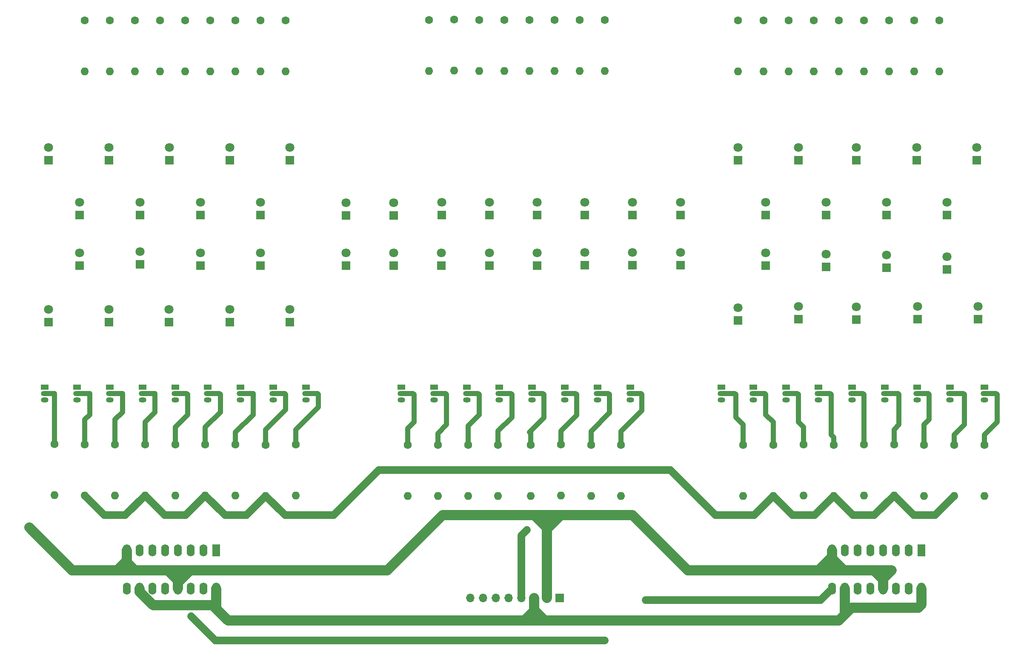
<source format=gbr>
%TF.GenerationSoftware,KiCad,Pcbnew,(6.0.2)*%
%TF.CreationDate,2023-10-08T18:11:24+02:00*%
%TF.ProjectId,kamizelka,6b616d69-7a65-46c6-9b61-2e6b69636164,rev?*%
%TF.SameCoordinates,Original*%
%TF.FileFunction,Copper,L1,Top*%
%TF.FilePolarity,Positive*%
%FSLAX46Y46*%
G04 Gerber Fmt 4.6, Leading zero omitted, Abs format (unit mm)*
G04 Created by KiCad (PCBNEW (6.0.2)) date 2023-10-08 18:11:24*
%MOMM*%
%LPD*%
G01*
G04 APERTURE LIST*
%TA.AperFunction,ComponentPad*%
%ADD10C,1.600000*%
%TD*%
%TA.AperFunction,ComponentPad*%
%ADD11O,1.600000X1.600000*%
%TD*%
%TA.AperFunction,ComponentPad*%
%ADD12R,1.800000X1.800000*%
%TD*%
%TA.AperFunction,ComponentPad*%
%ADD13C,1.800000*%
%TD*%
%TA.AperFunction,ComponentPad*%
%ADD14R,1.500000X1.050000*%
%TD*%
%TA.AperFunction,ComponentPad*%
%ADD15O,1.500000X1.050000*%
%TD*%
%TA.AperFunction,ComponentPad*%
%ADD16R,1.600000X2.400000*%
%TD*%
%TA.AperFunction,ComponentPad*%
%ADD17O,1.600000X2.400000*%
%TD*%
%TA.AperFunction,ComponentPad*%
%ADD18R,1.700000X1.700000*%
%TD*%
%TA.AperFunction,ComponentPad*%
%ADD19O,1.700000X1.700000*%
%TD*%
%TA.AperFunction,ViaPad*%
%ADD20C,2.000000*%
%TD*%
%TA.AperFunction,ViaPad*%
%ADD21C,1.300000*%
%TD*%
%TA.AperFunction,Conductor*%
%ADD22C,0.250000*%
%TD*%
%TA.AperFunction,Conductor*%
%ADD23C,2.000000*%
%TD*%
%TA.AperFunction,Conductor*%
%ADD24C,1.000000*%
%TD*%
%TA.AperFunction,Conductor*%
%ADD25C,1.500000*%
%TD*%
G04 APERTURE END LIST*
D10*
%TO.P,R46,1*%
%TO.N,+5V*%
X218500000Y-34420000D03*
D11*
%TO.P,R46,2*%
%TO.N,Net-(D45-Pad2)*%
X218500000Y-44580000D03*
%TD*%
D12*
%TO.P,D16,1,K*%
%TO.N,Net-(D16-Pad1)*%
X98500000Y-83275000D03*
D13*
%TO.P,D16,2,A*%
%TO.N,Net-(D15-Pad1)*%
X98500000Y-80735000D03*
%TD*%
D10*
%TO.P,R22,1*%
%TO.N,+5V*%
X136990000Y-34310000D03*
D11*
%TO.P,R22,2*%
%TO.N,Net-(D21-Pad2)*%
X136990000Y-44470000D03*
%TD*%
D12*
%TO.P,D26,1,K*%
%TO.N,Net-(D26-Pad1)*%
X143980000Y-83295000D03*
D13*
%TO.P,D26,2,A*%
%TO.N,Net-(D25-Pad1)*%
X143980000Y-80755000D03*
%TD*%
D12*
%TO.P,D28,1,K*%
%TO.N,Net-(D28-Pad1)*%
X153490000Y-83315000D03*
D13*
%TO.P,D28,2,A*%
%TO.N,Net-(D27-Pad1)*%
X153490000Y-80775000D03*
%TD*%
D12*
%TO.P,D50,1,K*%
%TO.N,Net-(D50-Pad1)*%
X235000000Y-84050000D03*
D13*
%TO.P,D50,2,A*%
%TO.N,Net-(D49-Pad1)*%
X235000000Y-81510000D03*
%TD*%
D10*
%TO.P,R34,1*%
%TO.N,+5V*%
X167000000Y-34340000D03*
D11*
%TO.P,R34,2*%
%TO.N,Net-(D33-Pad2)*%
X167000000Y-44500000D03*
%TD*%
D10*
%TO.P,R18,1*%
%TO.N,+5V*%
X103500000Y-34420000D03*
D11*
%TO.P,R18,2*%
%TO.N,Net-(D17-Pad2)*%
X103500000Y-44580000D03*
%TD*%
D14*
%TO.P,Q13,1,C*%
%TO.N,Net-(D26-Pad1)*%
X146000000Y-107500000D03*
D15*
%TO.P,Q13,2,B*%
%TO.N,Net-(Q13-Pad2)*%
X146000000Y-108770000D03*
%TO.P,Q13,3,E*%
%TO.N,GND*%
X146000000Y-110040000D03*
%TD*%
D10*
%TO.P,R44,1*%
%TO.N,+5V*%
X213500000Y-34420000D03*
D11*
%TO.P,R44,2*%
%TO.N,Net-(D43-Pad2)*%
X213500000Y-44580000D03*
%TD*%
D12*
%TO.P,D36,1,K*%
%TO.N,Net-(D36-Pad1)*%
X193500000Y-94275000D03*
D13*
%TO.P,D36,2,A*%
%TO.N,Net-(D35-Pad1)*%
X193500000Y-91735000D03*
%TD*%
D10*
%TO.P,R41,1*%
%TO.N,Net-(Q21-Pad2)*%
X212500000Y-119000000D03*
D11*
%TO.P,R41,2*%
%TO.N,Net-(J1-Pad8)*%
X212500000Y-129160000D03*
%TD*%
D14*
%TO.P,Q17,1,C*%
%TO.N,Net-(D34-Pad1)*%
X172000000Y-107500000D03*
D15*
%TO.P,Q17,2,B*%
%TO.N,Net-(Q17-Pad2)*%
X172000000Y-108770000D03*
%TO.P,Q17,3,E*%
%TO.N,GND*%
X172000000Y-110040000D03*
%TD*%
D10*
%TO.P,R50,1*%
%TO.N,+5V*%
X228500000Y-34420000D03*
D11*
%TO.P,R50,2*%
%TO.N,Net-(D49-Pad2)*%
X228500000Y-44580000D03*
%TD*%
D14*
%TO.P,Q6,1,C*%
%TO.N,Net-(D12-Pad1)*%
X88000000Y-107500000D03*
D15*
%TO.P,Q6,2,B*%
%TO.N,Net-(Q6-Pad2)*%
X88000000Y-108770000D03*
%TO.P,Q6,3,E*%
%TO.N,GND*%
X88000000Y-110040000D03*
%TD*%
D12*
%TO.P,D40,1,K*%
%TO.N,Net-(D40-Pad1)*%
X205500000Y-94000000D03*
D13*
%TO.P,D40,2,A*%
%TO.N,Net-(D39-Pad1)*%
X205500000Y-91460000D03*
%TD*%
D10*
%TO.P,R10,1*%
%TO.N,+5V*%
X83500000Y-34420000D03*
D11*
%TO.P,R10,2*%
%TO.N,Net-(D9-Pad2)*%
X83500000Y-44580000D03*
%TD*%
D12*
%TO.P,D45,1,K*%
%TO.N,Net-(D45-Pad1)*%
X223000000Y-73275000D03*
D13*
%TO.P,D45,2,A*%
%TO.N,Net-(D45-Pad2)*%
X223000000Y-70735000D03*
%TD*%
D10*
%TO.P,R16,1*%
%TO.N,+5V*%
X98440000Y-34420000D03*
D11*
%TO.P,R16,2*%
%TO.N,Net-(D15-Pad2)*%
X98440000Y-44580000D03*
%TD*%
D10*
%TO.P,R47,1*%
%TO.N,Net-(Q24-Pad2)*%
X230500000Y-119000000D03*
D11*
%TO.P,R47,2*%
%TO.N,Net-(R47-Pad2)*%
X230500000Y-129160000D03*
%TD*%
D12*
%TO.P,D47,1,K*%
%TO.N,Net-(D47-Pad1)*%
X229000000Y-62275000D03*
D13*
%TO.P,D47,2,A*%
%TO.N,Net-(D47-Pad2)*%
X229000000Y-59735000D03*
%TD*%
D10*
%TO.P,R27,1*%
%TO.N,Net-(Q14-Pad2)*%
X152210000Y-119000000D03*
D11*
%TO.P,R27,2*%
%TO.N,Net-(J1-Pad7)*%
X152210000Y-129160000D03*
%TD*%
D10*
%TO.P,R7,1*%
%TO.N,Net-(Q4-Pad2)*%
X75500000Y-118920000D03*
D11*
%TO.P,R7,2*%
%TO.N,Net-(J1-Pad8)*%
X75500000Y-129080000D03*
%TD*%
D16*
%TO.P,U2,1,QB*%
%TO.N,Net-(R47-Pad2)*%
X229960000Y-140040000D03*
D17*
%TO.P,U2,2,QC*%
%TO.N,Net-(R43-Pad2)*%
X227420000Y-140040000D03*
%TO.P,U2,3,QD*%
%TO.N,Net-(R39-Pad2)*%
X224880000Y-140040000D03*
%TO.P,U2,4,QE*%
%TO.N,Net-(R35-Pad2)*%
X222340000Y-140040000D03*
%TO.P,U2,5,QF*%
%TO.N,unconnected-(U2-Pad5)*%
X219800000Y-140040000D03*
%TO.P,U2,6,QG*%
%TO.N,unconnected-(U2-Pad6)*%
X217260000Y-140040000D03*
%TO.P,U2,7,QH*%
%TO.N,unconnected-(U2-Pad7)*%
X214720000Y-140040000D03*
%TO.P,U2,8,GND*%
%TO.N,GND*%
X212180000Y-140040000D03*
%TO.P,U2,9,QH'*%
%TO.N,Net-(U1-Pad14)*%
X212180000Y-147660000D03*
%TO.P,U2,10,~{SRCLR}*%
%TO.N,+3V3*%
X214720000Y-147660000D03*
%TO.P,U2,11,SRCLK*%
%TO.N,Net-(J1-Pad5)*%
X217260000Y-147660000D03*
%TO.P,U2,12,RCLK*%
%TO.N,Net-(J1-Pad6)*%
X219800000Y-147660000D03*
%TO.P,U2,13,~{OE}*%
%TO.N,GND*%
X222340000Y-147660000D03*
%TO.P,U2,14,SER*%
%TO.N,Net-(J1-Pad4)*%
X224880000Y-147660000D03*
%TO.P,U2,15,QA*%
%TO.N,Net-(R51-Pad2)*%
X227420000Y-147660000D03*
%TO.P,U2,16,VCC*%
%TO.N,+3V3*%
X229960000Y-147660000D03*
%TD*%
D10*
%TO.P,R52,1*%
%TO.N,+5V*%
X233500000Y-34420000D03*
D11*
%TO.P,R52,2*%
%TO.N,Net-(D51-Pad2)*%
X233500000Y-44580000D03*
%TD*%
D12*
%TO.P,D46,1,K*%
%TO.N,Net-(D46-Pad1)*%
X223000000Y-83775000D03*
D13*
%TO.P,D46,2,A*%
%TO.N,Net-(D45-Pad1)*%
X223000000Y-81235000D03*
%TD*%
D10*
%TO.P,R45,1*%
%TO.N,Net-(Q23-Pad2)*%
X224500000Y-118920000D03*
D11*
%TO.P,R45,2*%
%TO.N,Net-(J1-Pad8)*%
X224500000Y-129080000D03*
%TD*%
D12*
%TO.P,D30,1,K*%
%TO.N,Net-(D30-Pad1)*%
X163000000Y-83255000D03*
D13*
%TO.P,D30,2,A*%
%TO.N,Net-(D29-Pad1)*%
X163000000Y-80715000D03*
%TD*%
D10*
%TO.P,R20,1*%
%TO.N,+5V*%
X132000000Y-34340000D03*
D11*
%TO.P,R20,2*%
%TO.N,Net-(D19-Pad2)*%
X132000000Y-44500000D03*
%TD*%
D12*
%TO.P,D51,1,K*%
%TO.N,Net-(D51-Pad1)*%
X241000000Y-62275000D03*
D13*
%TO.P,D51,2,A*%
%TO.N,Net-(D51-Pad2)*%
X241000000Y-59735000D03*
%TD*%
D12*
%TO.P,D52,1,K*%
%TO.N,Net-(D52-Pad1)*%
X241225000Y-94000000D03*
D13*
%TO.P,D52,2,A*%
%TO.N,Net-(D51-Pad1)*%
X241225000Y-91460000D03*
%TD*%
D12*
%TO.P,D5,1,K*%
%TO.N,Net-(D5-Pad1)*%
X68290000Y-62275000D03*
D13*
%TO.P,D5,2,A*%
%TO.N,Net-(D5-Pad2)*%
X68290000Y-59735000D03*
%TD*%
D10*
%TO.P,R51,1*%
%TO.N,Net-(Q26-Pad2)*%
X242500000Y-119000000D03*
D11*
%TO.P,R51,2*%
%TO.N,Net-(R51-Pad2)*%
X242500000Y-129160000D03*
%TD*%
D14*
%TO.P,Q9,1,C*%
%TO.N,Net-(D18-Pad1)*%
X107500000Y-107500000D03*
D15*
%TO.P,Q9,2,B*%
%TO.N,Net-(Q9-Pad2)*%
X107500000Y-108770000D03*
%TO.P,Q9,3,E*%
%TO.N,GND*%
X107500000Y-110040000D03*
%TD*%
D14*
%TO.P,Q12,1,C*%
%TO.N,Net-(D24-Pad1)*%
X139500000Y-107500000D03*
D15*
%TO.P,Q12,2,B*%
%TO.N,Net-(Q12-Pad2)*%
X139500000Y-108770000D03*
%TO.P,Q12,3,E*%
%TO.N,GND*%
X139500000Y-110040000D03*
%TD*%
D10*
%TO.P,R26,1*%
%TO.N,+5V*%
X147000000Y-34340000D03*
D11*
%TO.P,R26,2*%
%TO.N,Net-(D25-Pad2)*%
X147000000Y-44500000D03*
%TD*%
D10*
%TO.P,R32,1*%
%TO.N,+5V*%
X162000000Y-34340000D03*
D11*
%TO.P,R32,2*%
%TO.N,Net-(D31-Pad2)*%
X162000000Y-44500000D03*
%TD*%
D10*
%TO.P,R8,1*%
%TO.N,+5V*%
X78500000Y-34420000D03*
D11*
%TO.P,R8,2*%
%TO.N,Net-(D7-Pad2)*%
X78500000Y-44580000D03*
%TD*%
D12*
%TO.P,D41,1,K*%
%TO.N,Net-(D41-Pad1)*%
X211000000Y-73275000D03*
D13*
%TO.P,D41,2,A*%
%TO.N,Net-(D41-Pad2)*%
X211000000Y-70735000D03*
%TD*%
D12*
%TO.P,D21,1,K*%
%TO.N,Net-(D21-Pad1)*%
X125000000Y-73280000D03*
D13*
%TO.P,D21,2,A*%
%TO.N,Net-(D21-Pad2)*%
X125000000Y-70740000D03*
%TD*%
D10*
%TO.P,R29,1*%
%TO.N,Net-(Q15-Pad2)*%
X158240000Y-118950000D03*
D11*
%TO.P,R29,2*%
%TO.N,Net-(J1-Pad7)*%
X158240000Y-129110000D03*
%TD*%
D12*
%TO.P,D9,1,K*%
%TO.N,Net-(D9-Pad1)*%
X80330000Y-62275000D03*
D13*
%TO.P,D9,2,A*%
%TO.N,Net-(D9-Pad2)*%
X80330000Y-59735000D03*
%TD*%
D12*
%TO.P,D38,1,K*%
%TO.N,Net-(D38-Pad1)*%
X199000000Y-83275000D03*
D13*
%TO.P,D38,2,A*%
%TO.N,Net-(D37-Pad1)*%
X199000000Y-80735000D03*
%TD*%
D12*
%TO.P,D15,1,K*%
%TO.N,Net-(D15-Pad1)*%
X98500000Y-73275000D03*
D13*
%TO.P,D15,2,A*%
%TO.N,Net-(D15-Pad2)*%
X98500000Y-70735000D03*
%TD*%
D10*
%TO.P,R4,1*%
%TO.N,+5V*%
X68500000Y-34420000D03*
D11*
%TO.P,R4,2*%
%TO.N,Net-(D3-Pad2)*%
X68500000Y-44580000D03*
%TD*%
D10*
%TO.P,R21,1*%
%TO.N,Net-(Q11-Pad2)*%
X133760000Y-119080000D03*
D11*
%TO.P,R21,2*%
%TO.N,Net-(J1-Pad7)*%
X133760000Y-129240000D03*
%TD*%
D10*
%TO.P,R38,1*%
%TO.N,+5V*%
X198500000Y-34420000D03*
D11*
%TO.P,R38,2*%
%TO.N,Net-(D37-Pad2)*%
X198500000Y-44580000D03*
%TD*%
D12*
%TO.P,D23,1,K*%
%TO.N,Net-(D23-Pad1)*%
X134500000Y-73275000D03*
D13*
%TO.P,D23,2,A*%
%TO.N,Net-(D23-Pad2)*%
X134500000Y-70735000D03*
%TD*%
D12*
%TO.P,D35,1,K*%
%TO.N,Net-(D35-Pad1)*%
X193500000Y-62275000D03*
D13*
%TO.P,D35,2,A*%
%TO.N,Net-(D35-Pad2)*%
X193500000Y-59735000D03*
%TD*%
D14*
%TO.P,Q10,1,C*%
%TO.N,Net-(D20-Pad1)*%
X126500000Y-107500000D03*
D15*
%TO.P,Q10,2,B*%
%TO.N,Net-(Q10-Pad2)*%
X126500000Y-108770000D03*
%TO.P,Q10,3,E*%
%TO.N,GND*%
X126500000Y-110040000D03*
%TD*%
D12*
%TO.P,D10,1,K*%
%TO.N,Net-(D10-Pad1)*%
X80300000Y-94545000D03*
D13*
%TO.P,D10,2,A*%
%TO.N,Net-(D9-Pad1)*%
X80300000Y-92005000D03*
%TD*%
D12*
%TO.P,D48,1,K*%
%TO.N,Net-(D48-Pad1)*%
X229225000Y-94000000D03*
D13*
%TO.P,D48,2,A*%
%TO.N,Net-(D47-Pad1)*%
X229225000Y-91460000D03*
%TD*%
D18*
%TO.P,J1,1,Pin_1*%
%TO.N,+5V*%
X158000000Y-149500000D03*
D19*
%TO.P,J1,2,Pin_2*%
%TO.N,GND*%
X155460000Y-149500000D03*
%TO.P,J1,3,Pin_3*%
%TO.N,+3V3*%
X152920000Y-149500000D03*
%TO.P,J1,4,Pin_4*%
%TO.N,Net-(J1-Pad4)*%
X150380000Y-149500000D03*
%TO.P,J1,5,Pin_5*%
%TO.N,Net-(J1-Pad5)*%
X147840000Y-149500000D03*
%TO.P,J1,6,Pin_6*%
%TO.N,Net-(J1-Pad6)*%
X145300000Y-149500000D03*
%TO.P,J1,7,Pin_7*%
%TO.N,Net-(J1-Pad7)*%
X142760000Y-149500000D03*
%TO.P,J1,8,Pin_8*%
%TO.N,Net-(J1-Pad8)*%
X140220000Y-149500000D03*
%TD*%
D14*
%TO.P,Q20,1,C*%
%TO.N,Net-(D40-Pad1)*%
X203000000Y-107500000D03*
D15*
%TO.P,Q20,2,B*%
%TO.N,Net-(Q20-Pad2)*%
X203000000Y-108770000D03*
%TO.P,Q20,3,E*%
%TO.N,GND*%
X203000000Y-110040000D03*
%TD*%
D12*
%TO.P,D13,1,K*%
%TO.N,Net-(D13-Pad1)*%
X92330000Y-62275000D03*
D13*
%TO.P,D13,2,A*%
%TO.N,Net-(D13-Pad2)*%
X92330000Y-59735000D03*
%TD*%
D10*
%TO.P,R11,1*%
%TO.N,Net-(Q6-Pad2)*%
X87500000Y-118920000D03*
D11*
%TO.P,R11,2*%
%TO.N,Net-(J1-Pad8)*%
X87500000Y-129080000D03*
%TD*%
D14*
%TO.P,Q7,1,C*%
%TO.N,Net-(D14-Pad1)*%
X94500000Y-107500000D03*
D15*
%TO.P,Q7,2,B*%
%TO.N,Net-(Q7-Pad2)*%
X94500000Y-108770000D03*
%TO.P,Q7,3,E*%
%TO.N,GND*%
X94500000Y-110040000D03*
%TD*%
D10*
%TO.P,R28,1*%
%TO.N,+5V*%
X152000000Y-34340000D03*
D11*
%TO.P,R28,2*%
%TO.N,Net-(D27-Pad2)*%
X152000000Y-44500000D03*
%TD*%
D12*
%TO.P,D39,1,K*%
%TO.N,Net-(D39-Pad1)*%
X205500000Y-62275000D03*
D13*
%TO.P,D39,2,A*%
%TO.N,Net-(D39-Pad2)*%
X205500000Y-59735000D03*
%TD*%
D10*
%TO.P,R1,1*%
%TO.N,Net-(Q1-Pad2)*%
X57500000Y-118840000D03*
D11*
%TO.P,R1,2*%
%TO.N,Net-(R1-Pad2)*%
X57500000Y-129000000D03*
%TD*%
D14*
%TO.P,Q14,1,C*%
%TO.N,Net-(D28-Pad1)*%
X152500000Y-107500000D03*
D15*
%TO.P,Q14,2,B*%
%TO.N,Net-(Q14-Pad2)*%
X152500000Y-108770000D03*
%TO.P,Q14,3,E*%
%TO.N,GND*%
X152500000Y-110040000D03*
%TD*%
D10*
%TO.P,R36,1*%
%TO.N,+5V*%
X193500000Y-34420000D03*
D11*
%TO.P,R36,2*%
%TO.N,Net-(D35-Pad2)*%
X193500000Y-44580000D03*
%TD*%
D10*
%TO.P,R17,1*%
%TO.N,Net-(Q9-Pad2)*%
X105500000Y-118920000D03*
D11*
%TO.P,R17,2*%
%TO.N,Net-(R17-Pad2)*%
X105500000Y-129080000D03*
%TD*%
D14*
%TO.P,Q25,1,C*%
%TO.N,Net-(D50-Pad1)*%
X235640000Y-107500000D03*
D15*
%TO.P,Q25,2,B*%
%TO.N,Net-(Q25-Pad2)*%
X235640000Y-108770000D03*
%TO.P,Q25,3,E*%
%TO.N,GND*%
X235640000Y-110040000D03*
%TD*%
D10*
%TO.P,R5,1*%
%TO.N,Net-(Q3-Pad2)*%
X69500000Y-118920000D03*
D11*
%TO.P,R5,2*%
%TO.N,Net-(R5-Pad2)*%
X69500000Y-129080000D03*
%TD*%
D10*
%TO.P,R37,1*%
%TO.N,Net-(Q19-Pad2)*%
X200500000Y-119000000D03*
D11*
%TO.P,R37,2*%
%TO.N,Net-(J1-Pad8)*%
X200500000Y-129160000D03*
%TD*%
D10*
%TO.P,R24,1*%
%TO.N,+5V*%
X142000000Y-34340000D03*
D11*
%TO.P,R24,2*%
%TO.N,Net-(D23-Pad2)*%
X142000000Y-44500000D03*
%TD*%
D12*
%TO.P,D33,1,K*%
%TO.N,Net-(D33-Pad1)*%
X182000000Y-73255000D03*
D13*
%TO.P,D33,2,A*%
%TO.N,Net-(D33-Pad2)*%
X182000000Y-70715000D03*
%TD*%
D14*
%TO.P,Q21,1,C*%
%TO.N,Net-(D42-Pad1)*%
X209500000Y-107500000D03*
D15*
%TO.P,Q21,2,B*%
%TO.N,Net-(Q21-Pad2)*%
X209500000Y-108770000D03*
%TO.P,Q21,3,E*%
%TO.N,GND*%
X209500000Y-110040000D03*
%TD*%
D10*
%TO.P,R19,1*%
%TO.N,Net-(Q10-Pad2)*%
X127750000Y-119070000D03*
D11*
%TO.P,R19,2*%
%TO.N,Net-(J1-Pad7)*%
X127750000Y-129230000D03*
%TD*%
D10*
%TO.P,R6,1*%
%TO.N,+5V*%
X73500000Y-34420000D03*
D11*
%TO.P,R6,2*%
%TO.N,Net-(D5-Pad2)*%
X73500000Y-44580000D03*
%TD*%
D12*
%TO.P,D31,1,K*%
%TO.N,Net-(D31-Pad1)*%
X172500000Y-73255000D03*
D13*
%TO.P,D31,2,A*%
%TO.N,Net-(D31-Pad2)*%
X172500000Y-70715000D03*
%TD*%
D14*
%TO.P,Q16,1,C*%
%TO.N,Net-(D32-Pad1)*%
X165500000Y-107500000D03*
D15*
%TO.P,Q16,2,B*%
%TO.N,Net-(Q16-Pad2)*%
X165500000Y-108770000D03*
%TO.P,Q16,3,E*%
%TO.N,GND*%
X165500000Y-110040000D03*
%TD*%
D10*
%TO.P,R15,1*%
%TO.N,Net-(Q8-Pad2)*%
X99500000Y-119000000D03*
D11*
%TO.P,R15,2*%
%TO.N,Net-(J1-Pad8)*%
X99500000Y-129160000D03*
%TD*%
D10*
%TO.P,R23,1*%
%TO.N,Net-(Q12-Pad2)*%
X139750000Y-119070000D03*
D11*
%TO.P,R23,2*%
%TO.N,Net-(J1-Pad7)*%
X139750000Y-129230000D03*
%TD*%
D14*
%TO.P,Q24,1,C*%
%TO.N,Net-(D48-Pad1)*%
X229140000Y-107500000D03*
D15*
%TO.P,Q24,2,B*%
%TO.N,Net-(Q24-Pad2)*%
X229140000Y-108770000D03*
%TO.P,Q24,3,E*%
%TO.N,GND*%
X229140000Y-110040000D03*
%TD*%
D12*
%TO.P,D2,1,K*%
%TO.N,Net-(D2-Pad1)*%
X56300000Y-94545000D03*
D13*
%TO.P,D2,2,A*%
%TO.N,Net-(D1-Pad1)*%
X56300000Y-92005000D03*
%TD*%
D14*
%TO.P,Q4,1,C*%
%TO.N,Net-(D8-Pad1)*%
X75000000Y-107500000D03*
D15*
%TO.P,Q4,2,B*%
%TO.N,Net-(Q4-Pad2)*%
X75000000Y-108770000D03*
%TO.P,Q4,3,E*%
%TO.N,GND*%
X75000000Y-110040000D03*
%TD*%
D14*
%TO.P,Q19,1,C*%
%TO.N,Net-(D38-Pad1)*%
X196500000Y-107500000D03*
D15*
%TO.P,Q19,2,B*%
%TO.N,Net-(Q19-Pad2)*%
X196500000Y-108770000D03*
%TO.P,Q19,3,E*%
%TO.N,GND*%
X196500000Y-110040000D03*
%TD*%
D12*
%TO.P,D43,1,K*%
%TO.N,Net-(D43-Pad1)*%
X217000000Y-62275000D03*
D13*
%TO.P,D43,2,A*%
%TO.N,Net-(D43-Pad2)*%
X217000000Y-59735000D03*
%TD*%
D16*
%TO.P,U1,1,QB*%
%TO.N,Net-(R13-Pad2)*%
X89700000Y-140030000D03*
D17*
%TO.P,U1,2,QC*%
%TO.N,Net-(R9-Pad2)*%
X87160000Y-140030000D03*
%TO.P,U1,3,QD*%
%TO.N,Net-(R5-Pad2)*%
X84620000Y-140030000D03*
%TO.P,U1,4,QE*%
%TO.N,Net-(R1-Pad2)*%
X82080000Y-140030000D03*
%TO.P,U1,5,QF*%
%TO.N,unconnected-(U1-Pad5)*%
X79540000Y-140030000D03*
%TO.P,U1,6,QG*%
%TO.N,unconnected-(U1-Pad6)*%
X77000000Y-140030000D03*
%TO.P,U1,7,QH*%
%TO.N,unconnected-(U1-Pad7)*%
X74460000Y-140030000D03*
%TO.P,U1,8,GND*%
%TO.N,GND*%
X71920000Y-140030000D03*
%TO.P,U1,9,QH'*%
%TO.N,unconnected-(U1-Pad9)*%
X71920000Y-147650000D03*
%TO.P,U1,10,~{SRCLR}*%
%TO.N,+3V3*%
X74460000Y-147650000D03*
%TO.P,U1,11,SRCLK*%
%TO.N,Net-(J1-Pad5)*%
X77000000Y-147650000D03*
%TO.P,U1,12,RCLK*%
%TO.N,Net-(J1-Pad6)*%
X79540000Y-147650000D03*
%TO.P,U1,13,~{OE}*%
%TO.N,GND*%
X82080000Y-147650000D03*
%TO.P,U1,14,SER*%
%TO.N,Net-(U1-Pad14)*%
X84620000Y-147650000D03*
%TO.P,U1,15,QA*%
%TO.N,Net-(R17-Pad2)*%
X87160000Y-147650000D03*
%TO.P,U1,16,VCC*%
%TO.N,+3V3*%
X89700000Y-147650000D03*
%TD*%
D14*
%TO.P,Q11,1,C*%
%TO.N,Net-(D22-Pad1)*%
X133000000Y-107500000D03*
D15*
%TO.P,Q11,2,B*%
%TO.N,Net-(Q11-Pad2)*%
X133000000Y-108770000D03*
%TO.P,Q11,3,E*%
%TO.N,GND*%
X133000000Y-110040000D03*
%TD*%
D12*
%TO.P,D25,1,K*%
%TO.N,Net-(D25-Pad1)*%
X144000000Y-73275000D03*
D13*
%TO.P,D25,2,A*%
%TO.N,Net-(D25-Pad2)*%
X144000000Y-70735000D03*
%TD*%
D12*
%TO.P,D7,1,K*%
%TO.N,Net-(D7-Pad1)*%
X74500000Y-73275000D03*
D13*
%TO.P,D7,2,A*%
%TO.N,Net-(D7-Pad2)*%
X74500000Y-70735000D03*
%TD*%
D12*
%TO.P,D20,1,K*%
%TO.N,Net-(D20-Pad1)*%
X115500000Y-83325000D03*
D13*
%TO.P,D20,2,A*%
%TO.N,Net-(D19-Pad1)*%
X115500000Y-80785000D03*
%TD*%
D12*
%TO.P,D11,1,K*%
%TO.N,Net-(D12-Pad2)*%
X86500000Y-73275000D03*
D13*
%TO.P,D11,2,A*%
%TO.N,Net-(D11-Pad2)*%
X86500000Y-70735000D03*
%TD*%
D14*
%TO.P,Q26,1,C*%
%TO.N,Net-(D52-Pad1)*%
X242500000Y-107500000D03*
D15*
%TO.P,Q26,2,B*%
%TO.N,Net-(Q26-Pad2)*%
X242500000Y-108770000D03*
%TO.P,Q26,3,E*%
%TO.N,GND*%
X242500000Y-110040000D03*
%TD*%
D12*
%TO.P,D27,1,K*%
%TO.N,Net-(D27-Pad1)*%
X153500000Y-73275000D03*
D13*
%TO.P,D27,2,A*%
%TO.N,Net-(D27-Pad2)*%
X153500000Y-70735000D03*
%TD*%
D14*
%TO.P,Q3,1,C*%
%TO.N,Net-(D6-Pad1)*%
X68500000Y-107500000D03*
D15*
%TO.P,Q3,2,B*%
%TO.N,Net-(Q3-Pad2)*%
X68500000Y-108770000D03*
%TO.P,Q3,3,E*%
%TO.N,GND*%
X68500000Y-110040000D03*
%TD*%
D10*
%TO.P,R40,1*%
%TO.N,+5V*%
X203500000Y-34420000D03*
D11*
%TO.P,R40,2*%
%TO.N,Net-(D39-Pad2)*%
X203500000Y-44580000D03*
%TD*%
D12*
%TO.P,D42,1,K*%
%TO.N,Net-(D42-Pad1)*%
X211000000Y-83550000D03*
D13*
%TO.P,D42,2,A*%
%TO.N,Net-(D41-Pad1)*%
X211000000Y-81010000D03*
%TD*%
D12*
%TO.P,D29,1,K*%
%TO.N,Net-(D29-Pad1)*%
X163000000Y-73255000D03*
D13*
%TO.P,D29,2,A*%
%TO.N,Net-(D29-Pad2)*%
X163000000Y-70715000D03*
%TD*%
D12*
%TO.P,D12,1,K*%
%TO.N,Net-(D12-Pad1)*%
X86500000Y-83275000D03*
D13*
%TO.P,D12,2,A*%
%TO.N,Net-(D12-Pad2)*%
X86500000Y-80735000D03*
%TD*%
D12*
%TO.P,D18,1,K*%
%TO.N,Net-(D18-Pad1)*%
X104340000Y-94545000D03*
D13*
%TO.P,D18,2,A*%
%TO.N,Net-(D17-Pad1)*%
X104340000Y-92005000D03*
%TD*%
D10*
%TO.P,R2,1*%
%TO.N,+5V*%
X63500000Y-34420000D03*
D11*
%TO.P,R2,2*%
%TO.N,Net-(D1-Pad2)*%
X63500000Y-44580000D03*
%TD*%
D10*
%TO.P,R42,1*%
%TO.N,+5V*%
X208500000Y-34420000D03*
D11*
%TO.P,R42,2*%
%TO.N,Net-(D41-Pad2)*%
X208500000Y-44580000D03*
%TD*%
D10*
%TO.P,R43,1*%
%TO.N,Net-(Q22-Pad2)*%
X218500000Y-118920000D03*
D11*
%TO.P,R43,2*%
%TO.N,Net-(R43-Pad2)*%
X218500000Y-129080000D03*
%TD*%
D14*
%TO.P,Q22,1,C*%
%TO.N,Net-(D44-Pad1)*%
X216140000Y-107500000D03*
D15*
%TO.P,Q22,2,B*%
%TO.N,Net-(Q22-Pad2)*%
X216140000Y-108770000D03*
%TO.P,Q22,3,E*%
%TO.N,GND*%
X216140000Y-110040000D03*
%TD*%
D10*
%TO.P,R33,1*%
%TO.N,Net-(Q17-Pad2)*%
X170210000Y-119000000D03*
D11*
%TO.P,R33,2*%
%TO.N,Net-(J1-Pad7)*%
X170210000Y-129160000D03*
%TD*%
D12*
%TO.P,D6,1,K*%
%TO.N,Net-(D6-Pad1)*%
X68300000Y-94570000D03*
D13*
%TO.P,D6,2,A*%
%TO.N,Net-(D5-Pad1)*%
X68300000Y-92030000D03*
%TD*%
D10*
%TO.P,R31,1*%
%TO.N,Net-(Q16-Pad2)*%
X164210000Y-119000000D03*
D11*
%TO.P,R31,2*%
%TO.N,Net-(J1-Pad7)*%
X164210000Y-129160000D03*
%TD*%
D12*
%TO.P,D17,1,K*%
%TO.N,Net-(D17-Pad1)*%
X104330000Y-62275000D03*
D13*
%TO.P,D17,2,A*%
%TO.N,Net-(D17-Pad2)*%
X104330000Y-59735000D03*
%TD*%
D10*
%TO.P,R3,1*%
%TO.N,Net-(Q2-Pad2)*%
X63500000Y-118920000D03*
D11*
%TO.P,R3,2*%
%TO.N,Net-(J1-Pad8)*%
X63500000Y-129080000D03*
%TD*%
D10*
%TO.P,R49,1*%
%TO.N,Net-(Q25-Pad2)*%
X236500000Y-119000000D03*
D11*
%TO.P,R49,2*%
%TO.N,Net-(J1-Pad8)*%
X236500000Y-129160000D03*
%TD*%
D12*
%TO.P,D14,1,K*%
%TO.N,Net-(D14-Pad1)*%
X92340000Y-94545000D03*
D13*
%TO.P,D14,2,A*%
%TO.N,Net-(D13-Pad1)*%
X92340000Y-92005000D03*
%TD*%
D10*
%TO.P,R9,1*%
%TO.N,Net-(Q5-Pad2)*%
X81500000Y-118920000D03*
D11*
%TO.P,R9,2*%
%TO.N,Net-(R9-Pad2)*%
X81500000Y-129080000D03*
%TD*%
D14*
%TO.P,Q1,1,C*%
%TO.N,Net-(D2-Pad1)*%
X55500000Y-107500000D03*
D15*
%TO.P,Q1,2,B*%
%TO.N,Net-(Q1-Pad2)*%
X55500000Y-108770000D03*
%TO.P,Q1,3,E*%
%TO.N,GND*%
X55500000Y-110040000D03*
%TD*%
D14*
%TO.P,Q5,1,C*%
%TO.N,Net-(D10-Pad1)*%
X81500000Y-107500000D03*
D15*
%TO.P,Q5,2,B*%
%TO.N,Net-(Q5-Pad2)*%
X81500000Y-108770000D03*
%TO.P,Q5,3,E*%
%TO.N,GND*%
X81500000Y-110040000D03*
%TD*%
D12*
%TO.P,D19,1,K*%
%TO.N,Net-(D19-Pad1)*%
X115500000Y-73325000D03*
D13*
%TO.P,D19,2,A*%
%TO.N,Net-(D19-Pad2)*%
X115500000Y-70785000D03*
%TD*%
D12*
%TO.P,D22,1,K*%
%TO.N,Net-(D22-Pad1)*%
X125000000Y-83325000D03*
D13*
%TO.P,D22,2,A*%
%TO.N,Net-(D21-Pad1)*%
X125000000Y-80785000D03*
%TD*%
D14*
%TO.P,Q8,1,C*%
%TO.N,Net-(D16-Pad1)*%
X101000000Y-107500000D03*
D15*
%TO.P,Q8,2,B*%
%TO.N,Net-(Q8-Pad2)*%
X101000000Y-108770000D03*
%TO.P,Q8,3,E*%
%TO.N,GND*%
X101000000Y-110040000D03*
%TD*%
D12*
%TO.P,D32,1,K*%
%TO.N,Net-(D32-Pad1)*%
X172500000Y-83255000D03*
D13*
%TO.P,D32,2,A*%
%TO.N,Net-(D31-Pad1)*%
X172500000Y-80715000D03*
%TD*%
D12*
%TO.P,D1,1,K*%
%TO.N,Net-(D1-Pad1)*%
X56290000Y-62275000D03*
D13*
%TO.P,D1,2,A*%
%TO.N,Net-(D1-Pad2)*%
X56290000Y-59735000D03*
%TD*%
D10*
%TO.P,R12,1*%
%TO.N,+5V*%
X88500000Y-34420000D03*
D11*
%TO.P,R12,2*%
%TO.N,Net-(D11-Pad2)*%
X88500000Y-44580000D03*
%TD*%
D12*
%TO.P,D34,1,K*%
%TO.N,Net-(D34-Pad1)*%
X182000000Y-83255000D03*
D13*
%TO.P,D34,2,A*%
%TO.N,Net-(D33-Pad1)*%
X182000000Y-80715000D03*
%TD*%
D12*
%TO.P,D37,1,K*%
%TO.N,Net-(D37-Pad1)*%
X199000000Y-73275000D03*
D13*
%TO.P,D37,2,A*%
%TO.N,Net-(D37-Pad2)*%
X199000000Y-70735000D03*
%TD*%
D12*
%TO.P,D44,1,K*%
%TO.N,Net-(D44-Pad1)*%
X217000000Y-94040000D03*
D13*
%TO.P,D44,2,A*%
%TO.N,Net-(D43-Pad1)*%
X217000000Y-91500000D03*
%TD*%
D14*
%TO.P,Q18,1,C*%
%TO.N,Net-(D36-Pad1)*%
X190140000Y-107500000D03*
D15*
%TO.P,Q18,2,B*%
%TO.N,Net-(Q18-Pad2)*%
X190140000Y-108770000D03*
%TO.P,Q18,3,E*%
%TO.N,GND*%
X190140000Y-110040000D03*
%TD*%
D12*
%TO.P,D49,1,K*%
%TO.N,Net-(D49-Pad1)*%
X235000000Y-73275000D03*
D13*
%TO.P,D49,2,A*%
%TO.N,Net-(D49-Pad2)*%
X235000000Y-70735000D03*
%TD*%
D10*
%TO.P,R48,1*%
%TO.N,+5V*%
X223500000Y-34420000D03*
D11*
%TO.P,R48,2*%
%TO.N,Net-(D47-Pad2)*%
X223500000Y-44580000D03*
%TD*%
D10*
%TO.P,R13,1*%
%TO.N,Net-(Q7-Pad2)*%
X93500000Y-118920000D03*
D11*
%TO.P,R13,2*%
%TO.N,Net-(R13-Pad2)*%
X93500000Y-129080000D03*
%TD*%
D12*
%TO.P,D8,1,K*%
%TO.N,Net-(D8-Pad1)*%
X74500000Y-83060000D03*
D13*
%TO.P,D8,2,A*%
%TO.N,Net-(D7-Pad1)*%
X74500000Y-80520000D03*
%TD*%
D14*
%TO.P,Q15,1,C*%
%TO.N,Net-(D30-Pad1)*%
X159000000Y-107500000D03*
D15*
%TO.P,Q15,2,B*%
%TO.N,Net-(Q15-Pad2)*%
X159000000Y-108770000D03*
%TO.P,Q15,3,E*%
%TO.N,GND*%
X159000000Y-110040000D03*
%TD*%
D10*
%TO.P,R25,1*%
%TO.N,Net-(Q13-Pad2)*%
X145750000Y-119070000D03*
D11*
%TO.P,R25,2*%
%TO.N,Net-(J1-Pad7)*%
X145750000Y-129230000D03*
%TD*%
D10*
%TO.P,R14,1*%
%TO.N,+5V*%
X93440000Y-34420000D03*
D11*
%TO.P,R14,2*%
%TO.N,Net-(D13-Pad2)*%
X93440000Y-44580000D03*
%TD*%
D14*
%TO.P,Q2,1,C*%
%TO.N,Net-(D4-Pad1)*%
X62000000Y-107500000D03*
D15*
%TO.P,Q2,2,B*%
%TO.N,Net-(Q2-Pad2)*%
X62000000Y-108770000D03*
%TO.P,Q2,3,E*%
%TO.N,GND*%
X62000000Y-110040000D03*
%TD*%
D10*
%TO.P,R30,1*%
%TO.N,+5V*%
X157000000Y-34340000D03*
D11*
%TO.P,R30,2*%
%TO.N,Net-(D29-Pad2)*%
X157000000Y-44500000D03*
%TD*%
D12*
%TO.P,D4,1,K*%
%TO.N,Net-(D4-Pad1)*%
X62500000Y-83275000D03*
D13*
%TO.P,D4,2,A*%
%TO.N,Net-(D3-Pad1)*%
X62500000Y-80735000D03*
%TD*%
D14*
%TO.P,Q23,1,C*%
%TO.N,Net-(D46-Pad1)*%
X222640000Y-107500000D03*
D15*
%TO.P,Q23,2,B*%
%TO.N,Net-(Q23-Pad2)*%
X222640000Y-108770000D03*
%TO.P,Q23,3,E*%
%TO.N,GND*%
X222640000Y-110040000D03*
%TD*%
D10*
%TO.P,R39,1*%
%TO.N,Net-(Q20-Pad2)*%
X206500000Y-118920000D03*
D11*
%TO.P,R39,2*%
%TO.N,Net-(R39-Pad2)*%
X206500000Y-129080000D03*
%TD*%
D12*
%TO.P,D3,1,K*%
%TO.N,Net-(D3-Pad1)*%
X62500000Y-73275000D03*
D13*
%TO.P,D3,2,A*%
%TO.N,Net-(D3-Pad2)*%
X62500000Y-70735000D03*
%TD*%
D10*
%TO.P,R35,1*%
%TO.N,Net-(Q18-Pad2)*%
X194500000Y-119000000D03*
D11*
%TO.P,R35,2*%
%TO.N,Net-(R35-Pad2)*%
X194500000Y-129160000D03*
%TD*%
D12*
%TO.P,D24,1,K*%
%TO.N,Net-(D24-Pad1)*%
X134470000Y-83290000D03*
D13*
%TO.P,D24,2,A*%
%TO.N,Net-(D23-Pad1)*%
X134470000Y-80750000D03*
%TD*%
D20*
%TO.N,GND*%
X52500000Y-135500000D03*
D21*
%TO.N,Net-(J1-Pad4)*%
X151500000Y-135960000D03*
%TO.N,Net-(J1-Pad8)*%
X113000000Y-133000000D03*
%TO.N,Net-(U1-Pad14)*%
X175070000Y-149960000D03*
X167000000Y-158000000D03*
X84620000Y-153140000D03*
%TD*%
D22*
%TO.N,Net-(D2-Pad1)*%
X57000000Y-95245000D02*
X56300000Y-94545000D01*
D23*
%TO.N,GND*%
X212180000Y-143180000D02*
X212180000Y-141680000D01*
X155460000Y-134040000D02*
X156500000Y-133000000D01*
X209500000Y-144000000D02*
X213000000Y-144000000D01*
X220500000Y-144000000D02*
X218000000Y-144000000D01*
X153250000Y-133000000D02*
X156500000Y-133000000D01*
X80000000Y-144000000D02*
X81000000Y-144000000D01*
X82080000Y-147650000D02*
X82080000Y-146420000D01*
X153250000Y-133000000D02*
X134692263Y-133000000D01*
D24*
X213000000Y-144000000D02*
X212180000Y-143180000D01*
D23*
X71580000Y-142420000D02*
X71920000Y-142420000D01*
X70000000Y-144000000D02*
X61000000Y-144000000D01*
X71920000Y-142420000D02*
X73500000Y-144000000D01*
X82080000Y-147650000D02*
X82080000Y-146080000D01*
X222340000Y-145840000D02*
X220500000Y-144000000D01*
D24*
X81000000Y-144000000D02*
X82080000Y-145080000D01*
D23*
X158500000Y-133000000D02*
X172500000Y-133000000D01*
X70000000Y-144000000D02*
X71580000Y-142420000D01*
X153250000Y-133000000D02*
X153250000Y-133330000D01*
X212180000Y-141680000D02*
X211820000Y-141680000D01*
X155710000Y-135540000D02*
X158250000Y-133000000D01*
X84500000Y-144000000D02*
X81000000Y-144000000D01*
X153250000Y-133330000D02*
X155460000Y-135540000D01*
X212180000Y-141680000D02*
X212180000Y-140040000D01*
X123692263Y-144000000D02*
X84500000Y-144000000D01*
X214000000Y-144000000D02*
X213000000Y-144000000D01*
X73500000Y-144000000D02*
X75000000Y-144000000D01*
X183500000Y-144000000D02*
X209500000Y-144000000D01*
X82080000Y-145080000D02*
X82080000Y-147650000D01*
X155460000Y-135540000D02*
X155460000Y-134040000D01*
X155460000Y-149500000D02*
X155460000Y-135540000D01*
X222340000Y-145660000D02*
X224000000Y-144000000D01*
X156500000Y-133000000D02*
X158500000Y-133000000D01*
X155460000Y-135540000D02*
X155710000Y-135540000D01*
X211820000Y-141680000D02*
X209500000Y-144000000D01*
X222340000Y-147660000D02*
X222340000Y-145840000D01*
X172500000Y-133000000D02*
X183500000Y-144000000D01*
X71920000Y-140030000D02*
X71920000Y-142420000D01*
X218000000Y-144000000D02*
X224000000Y-144000000D01*
X158250000Y-133000000D02*
X158500000Y-133000000D01*
X222340000Y-147660000D02*
X222340000Y-145660000D01*
X214000000Y-143500000D02*
X214000000Y-144000000D01*
X75000000Y-144000000D02*
X70000000Y-144000000D01*
X212180000Y-141680000D02*
X214000000Y-143500000D01*
X218000000Y-144000000D02*
X214000000Y-144000000D01*
X134692263Y-133000000D02*
X123692263Y-144000000D01*
X82080000Y-146080000D02*
X80000000Y-144000000D01*
X82080000Y-146420000D02*
X84500000Y-144000000D01*
X61000000Y-144000000D02*
X52500000Y-135500000D01*
X75000000Y-144000000D02*
X80000000Y-144000000D01*
%TO.N,+3V3*%
X155000000Y-154000000D02*
X213500000Y-154000000D01*
X74460000Y-147650000D02*
X74460000Y-148337748D01*
X153500000Y-154000000D02*
X155000000Y-154000000D01*
X216000000Y-151500000D02*
X214720000Y-152780000D01*
X152920000Y-152330000D02*
X153330000Y-152330000D01*
X213500000Y-154000000D02*
X214720000Y-152780000D01*
X153330000Y-152330000D02*
X155000000Y-154000000D01*
X152340000Y-154000000D02*
X152920000Y-153420000D01*
X151250000Y-153750000D02*
X151250000Y-154000000D01*
X89000000Y-151000000D02*
X89700000Y-151700000D01*
X89700000Y-151700000D02*
X92000000Y-154000000D01*
X151250000Y-154000000D02*
X151000000Y-154000000D01*
X229960000Y-150860000D02*
X229320000Y-151500000D01*
X151250000Y-154000000D02*
X150750000Y-154000000D01*
X152920000Y-152330000D02*
X152670000Y-152330000D01*
X152670000Y-152330000D02*
X151250000Y-153750000D01*
X92000000Y-154000000D02*
X150750000Y-154000000D01*
X89700000Y-147650000D02*
X89700000Y-151700000D01*
X152920000Y-149500000D02*
X152920000Y-152330000D01*
X229320000Y-151500000D02*
X216000000Y-151500000D01*
X150750000Y-154000000D02*
X152340000Y-154000000D01*
X152920000Y-152330000D02*
X152920000Y-153420000D01*
X152920000Y-153420000D02*
X153500000Y-154000000D01*
X214720000Y-152780000D02*
X214720000Y-147660000D01*
X74460000Y-148337748D02*
X77122252Y-151000000D01*
X151250000Y-154000000D02*
X155000000Y-154000000D01*
X229960000Y-147660000D02*
X229960000Y-150860000D01*
X77122252Y-151000000D02*
X89000000Y-151000000D01*
D25*
%TO.N,Net-(J1-Pad4)*%
X151500000Y-135970000D02*
X150380000Y-137090000D01*
X150380000Y-137090000D02*
X150380000Y-149500000D01*
%TO.N,Net-(J1-Pad8)*%
X224500000Y-129080000D02*
X228420000Y-133000000D01*
X79420000Y-133000000D02*
X83580000Y-133000000D01*
X180000000Y-124000000D02*
X189000000Y-133000000D01*
X83580000Y-133000000D02*
X87500000Y-129080000D01*
X220580000Y-133000000D02*
X224500000Y-129080000D01*
X216340000Y-133000000D02*
X220580000Y-133000000D01*
X212500000Y-129160000D02*
X216340000Y-133000000D01*
X113000000Y-133000000D02*
X122000000Y-124000000D01*
X103340000Y-133000000D02*
X113000000Y-133000000D01*
X196660000Y-133000000D02*
X200500000Y-129160000D01*
X67420000Y-133000000D02*
X71580000Y-133000000D01*
X200500000Y-129160000D02*
X204340000Y-133000000D01*
X99500000Y-129160000D02*
X103340000Y-133000000D01*
X208660000Y-133000000D02*
X212500000Y-129160000D01*
X232660000Y-133000000D02*
X236500000Y-129160000D01*
X122000000Y-124000000D02*
X180000000Y-124000000D01*
X204340000Y-133000000D02*
X208660000Y-133000000D01*
X75500000Y-129080000D02*
X79420000Y-133000000D01*
X228420000Y-133000000D02*
X232660000Y-133000000D01*
D24*
X113250000Y-132750000D02*
X113000000Y-133000000D01*
D25*
X189000000Y-133000000D02*
X196660000Y-133000000D01*
X99500000Y-129160000D02*
X95660000Y-133000000D01*
X71580000Y-133000000D02*
X75500000Y-129080000D01*
X63500000Y-129080000D02*
X67420000Y-133000000D01*
X95660000Y-133000000D02*
X91420000Y-133000000D01*
X91420000Y-133000000D02*
X87500000Y-129080000D01*
D24*
%TO.N,Net-(Q2-Pad2)*%
X63500000Y-118880000D02*
X63520000Y-118900000D01*
X64500000Y-113000000D02*
X63500000Y-114000000D01*
X63500000Y-114000000D02*
X63500000Y-118880000D01*
X62000000Y-108770000D02*
X64500000Y-108770000D01*
X64500000Y-108770000D02*
X64500000Y-113000000D01*
%TO.N,Net-(Q3-Pad2)*%
X69500000Y-114000000D02*
X71000000Y-112500000D01*
X71000000Y-108770000D02*
X68500000Y-108770000D01*
X71000000Y-112500000D02*
X71000000Y-108770000D01*
X69500000Y-118920000D02*
X69500000Y-114000000D01*
%TO.N,Net-(Q4-Pad2)*%
X75500000Y-118920000D02*
X75500000Y-114500000D01*
X77500000Y-112500000D02*
X77500000Y-108770000D01*
X77500000Y-108770000D02*
X75000000Y-108770000D01*
X75500000Y-114500000D02*
X77500000Y-112500000D01*
%TO.N,Net-(Q5-Pad2)*%
X83770000Y-108770000D02*
X81500000Y-108770000D01*
X81500000Y-118920000D02*
X81500000Y-115500000D01*
X84000000Y-113000000D02*
X84000000Y-109000000D01*
X81500000Y-115500000D02*
X84000000Y-113000000D01*
X84000000Y-109000000D02*
X83770000Y-108770000D01*
%TO.N,Net-(Q6-Pad2)*%
X90270000Y-108770000D02*
X88000000Y-108770000D01*
X90500000Y-112500000D02*
X90500000Y-109000000D01*
X87500000Y-118920000D02*
X87500000Y-115500000D01*
X87500000Y-115500000D02*
X90500000Y-112500000D01*
X90500000Y-109000000D02*
X90270000Y-108770000D01*
%TO.N,Net-(Q7-Pad2)*%
X93500000Y-118920000D02*
X93500000Y-116500000D01*
X93500000Y-116500000D02*
X97000000Y-113000000D01*
X97000000Y-108770000D02*
X94500000Y-108770000D01*
X97000000Y-113000000D02*
X97000000Y-108770000D01*
%TO.N,Net-(Q8-Pad2)*%
X99500000Y-116000000D02*
X103500000Y-112000000D01*
X99500000Y-119000000D02*
X99500000Y-116000000D01*
X103500000Y-109000000D02*
X103270000Y-108770000D01*
X103270000Y-108770000D02*
X101000000Y-108770000D01*
X103500000Y-112000000D02*
X103500000Y-109000000D01*
%TO.N,Net-(Q9-Pad2)*%
X110000000Y-111500000D02*
X110000000Y-109000000D01*
X109770000Y-108770000D02*
X107500000Y-108770000D01*
X105500000Y-116000000D02*
X110000000Y-111500000D01*
X105500000Y-118920000D02*
X105500000Y-116000000D01*
X110000000Y-109000000D02*
X109770000Y-108770000D01*
%TO.N,Net-(Q10-Pad2)*%
X128770000Y-108770000D02*
X126500000Y-108770000D01*
X129000000Y-114500000D02*
X129000000Y-109000000D01*
X127750000Y-119070000D02*
X127750000Y-115750000D01*
X127750000Y-115750000D02*
X129000000Y-114500000D01*
X129000000Y-109000000D02*
X128770000Y-108770000D01*
%TO.N,Net-(Q11-Pad2)*%
X135500000Y-109000000D02*
X135500000Y-115000000D01*
X135270000Y-108770000D02*
X135500000Y-109000000D01*
X133000000Y-108770000D02*
X135270000Y-108770000D01*
X133760000Y-116740000D02*
X133760000Y-119080000D01*
X135500000Y-115000000D02*
X133760000Y-116740000D01*
%TO.N,Net-(Q12-Pad2)*%
X139750000Y-115250000D02*
X139750000Y-119070000D01*
X139500000Y-108770000D02*
X141770000Y-108770000D01*
X142000000Y-113000000D02*
X139750000Y-115250000D01*
X141770000Y-108770000D02*
X142000000Y-109000000D01*
X142000000Y-109000000D02*
X142000000Y-113000000D01*
%TO.N,Net-(Q13-Pad2)*%
X145750000Y-116250000D02*
X145750000Y-119070000D01*
X146000000Y-108770000D02*
X148270000Y-108770000D01*
X148500000Y-109000000D02*
X148500000Y-113500000D01*
X148500000Y-113500000D02*
X145750000Y-116250000D01*
X148270000Y-108770000D02*
X148500000Y-109000000D01*
%TO.N,Net-(Q14-Pad2)*%
X152210000Y-116290000D02*
X152210000Y-119000000D01*
X154630000Y-108770000D02*
X154860000Y-109000000D01*
X152500000Y-108770000D02*
X154630000Y-108770000D01*
X154860000Y-109000000D02*
X154860000Y-113640000D01*
X154860000Y-113640000D02*
X152000000Y-116500000D01*
%TO.N,Net-(Q15-Pad2)*%
X161130000Y-108770000D02*
X161360000Y-109000000D01*
X161360000Y-113140000D02*
X158240000Y-116260000D01*
X158240000Y-116260000D02*
X158240000Y-118950000D01*
X159000000Y-108770000D02*
X161130000Y-108770000D01*
X161360000Y-109000000D02*
X161360000Y-113140000D01*
%TO.N,Net-(Q16-Pad2)*%
X164210000Y-116290000D02*
X164210000Y-119000000D01*
X167860000Y-109000000D02*
X167860000Y-112640000D01*
X167860000Y-112640000D02*
X164210000Y-116290000D01*
X167630000Y-108770000D02*
X167860000Y-109000000D01*
X165500000Y-108770000D02*
X167630000Y-108770000D01*
%TO.N,Net-(Q17-Pad2)*%
X174360000Y-109000000D02*
X174360000Y-112140000D01*
X172000000Y-108770000D02*
X174130000Y-108770000D01*
X174360000Y-112140000D02*
X170210000Y-116290000D01*
X174130000Y-108770000D02*
X174360000Y-109000000D01*
X170210000Y-116290000D02*
X170210000Y-119000000D01*
%TO.N,Net-(Q18-Pad2)*%
X193000000Y-113500000D02*
X193000000Y-109000000D01*
X192770000Y-108770000D02*
X190140000Y-108770000D01*
X194500000Y-119000000D02*
X194500000Y-115000000D01*
X194500000Y-115000000D02*
X193000000Y-113500000D01*
X193000000Y-109000000D02*
X192770000Y-108770000D01*
%TO.N,Net-(Q19-Pad2)*%
X198770000Y-108770000D02*
X196500000Y-108770000D01*
X199000000Y-109000000D02*
X198770000Y-108770000D01*
X200500000Y-119000000D02*
X200500000Y-114500000D01*
X200500000Y-114500000D02*
X199000000Y-113000000D01*
X199000000Y-113000000D02*
X199000000Y-109000000D01*
%TO.N,Net-(Q20-Pad2)*%
X205500000Y-114500000D02*
X205500000Y-109000000D01*
X205270000Y-108770000D02*
X203000000Y-108770000D01*
X205500000Y-109000000D02*
X205270000Y-108770000D01*
X206500000Y-118920000D02*
X206500000Y-115500000D01*
X206500000Y-115500000D02*
X205500000Y-114500000D01*
%TO.N,Net-(Q21-Pad2)*%
X212000000Y-109000000D02*
X211770000Y-108770000D01*
X212000000Y-117000000D02*
X212000000Y-109000000D01*
X212500000Y-119000000D02*
X212500000Y-117500000D01*
X211770000Y-108770000D02*
X209500000Y-108770000D01*
X212500000Y-117500000D02*
X212000000Y-117000000D01*
%TO.N,Net-(Q22-Pad2)*%
X218500000Y-109000000D02*
X218270000Y-108770000D01*
X218270000Y-108770000D02*
X216140000Y-108770000D01*
X218500000Y-118920000D02*
X218500000Y-109000000D01*
%TO.N,Net-(Q23-Pad2)*%
X225270000Y-108770000D02*
X222640000Y-108770000D01*
X225500000Y-109000000D02*
X225270000Y-108770000D01*
X225500000Y-115000000D02*
X225500000Y-109000000D01*
X224500000Y-118920000D02*
X224500000Y-116000000D01*
X224500000Y-116000000D02*
X225500000Y-115000000D01*
%TO.N,Net-(Q24-Pad2)*%
X230500000Y-119000000D02*
X230500000Y-115000000D01*
X230500000Y-115000000D02*
X231500000Y-114000000D01*
X231270000Y-108770000D02*
X229140000Y-108770000D01*
X231500000Y-109000000D02*
X231270000Y-108770000D01*
X231500000Y-114000000D02*
X231500000Y-109000000D01*
%TO.N,Net-(Q25-Pad2)*%
X236500000Y-117000000D02*
X238500000Y-115000000D01*
X236500000Y-119000000D02*
X236500000Y-117000000D01*
X238270000Y-108770000D02*
X235640000Y-108770000D01*
X238500000Y-115000000D02*
X238500000Y-109000000D01*
X238500000Y-109000000D02*
X238270000Y-108770000D01*
%TO.N,Net-(Q26-Pad2)*%
X244770000Y-108770000D02*
X245000000Y-109000000D01*
X242500000Y-117000000D02*
X242500000Y-119000000D01*
X245000000Y-109000000D02*
X245000000Y-114500000D01*
X245000000Y-114500000D02*
X242500000Y-117000000D01*
X242500000Y-108770000D02*
X244770000Y-108770000D01*
%TO.N,Net-(U1-Pad14)*%
X84620000Y-153140000D02*
X84640000Y-153140000D01*
D25*
X175100000Y-149930000D02*
X209910000Y-149930000D01*
X84640000Y-153140000D02*
X89500000Y-158000000D01*
D24*
X175070000Y-149960000D02*
X175100000Y-149930000D01*
D25*
X209910000Y-149930000D02*
X212180000Y-147660000D01*
X89500000Y-158000000D02*
X167000000Y-158000000D01*
D24*
%TO.N,Net-(Q1-Pad2)*%
X57500000Y-118840000D02*
X57500000Y-108770000D01*
X57500000Y-108770000D02*
X55500000Y-108770000D01*
%TD*%
M02*

</source>
